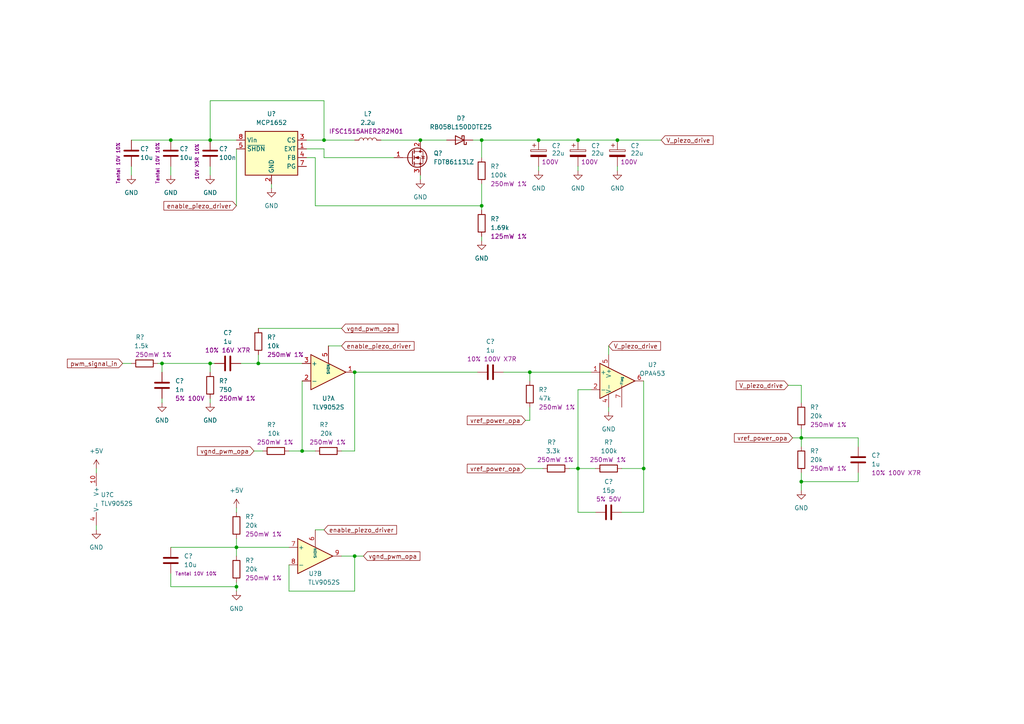
<source format=kicad_sch>
(kicad_sch (version 20211123) (generator eeschema)
  (paper "A4")
  (lib_symbols
    (symbol "Device:C" (pin_numbers hide) (pin_names (offset 0.254))
      (property "Reference" "C" (at 0.635 2.54 0))
      (property "Value" "C" (at 0.635 -2.54 0))
      (symbol "C_0_1"
        (polyline (pts (xy -2.032 -0.762) (xy 2.032 -0.762)) (stroke (width 0.508)))
        (polyline (pts (xy -2.032 0.762) (xy 2.032 0.762)) (stroke (width 0.508)))
      )
      (symbol "C_1_1"
        (pin passive line (at 0 3.81 270) (length 2.794) (name "~") (number "1"))
        (pin passive line (at 0 -3.81 90) (length 2.794) (name "~") (number "2"))
      )
    )
    (symbol "Device:C_Polarized" (pin_numbers hide) (pin_names (offset 0.254))
      (property "Reference" "C" (at 0.635 2.54 0))
      (property "Value" "C_Polarized" (at 0.635 -2.54 0))
      (symbol "C_Polarized_0_1"
        (rectangle (start -2.286 0.508) (end 2.286 1.016))
        (polyline (pts (xy -1.778 2.286) (xy -0.762 2.286)))
        (polyline (pts (xy -1.27 2.794) (xy -1.27 1.778)))
        (rectangle (start 2.286 -0.508) (end -2.286 -1.016) (fill (type outline)))
      )
      (symbol "C_Polarized_1_1"
        (pin passive line (at 0 3.81 270) (length 2.794) (name "~") (number "1"))
        (pin passive line (at 0 -3.81 90) (length 2.794) (name "~") (number "2"))
      )
    )
    (symbol "Device:D_Schottky" (pin_numbers hide) (pin_names (offset 1.016) hide)
      (property "Reference" "D" (at 0 2.54 0))
      (property "Value" "D_Schottky" (at 0 -2.54 0))
      (symbol "D_Schottky_0_1"
        (polyline (pts (xy 1.27 0) (xy -1.27 0)))
        (polyline (pts (xy 1.27 1.27) (xy 1.27 -1.27) (xy -1.27 0) (xy 1.27 1.27)) (stroke (width 0.254)))
        (polyline (pts (xy -1.905 0.635) (xy -1.905 1.27) (xy -1.27 1.27) (xy -1.27 -1.27) (xy -0.635 -1.27) (xy -0.635 -0.635)) (stroke (width 0.254)))
      )
      (symbol "D_Schottky_1_1"
        (pin passive line (at -3.81 0 0) (length 2.54) (name "K") (number "1"))
        (pin passive line (at 3.81 0 180) (length 2.54) (name "A") (number "2"))
      )
    )
    (symbol "Device:L" (pin_numbers hide) (pin_names (offset 1.016) hide)
      (property "Reference" "L" (at -1.27 0 90))
      (property "Value" "L" (at 1.905 0 90))
      (symbol "L_0_1"
        (arc (start 0 -2.54) (mid 0.635 -1.905) (end 0 -1.27))
        (arc (start 0 -1.27) (mid 0.635 -0.635) (end 0 0))
        (arc (start 0 0) (mid 0.635 0.635) (end 0 1.27))
        (arc (start 0 1.27) (mid 0.635 1.905) (end 0 2.54))
      )
      (symbol "L_1_1"
        (pin passive line (at 0 3.81 270) (length 1.27) (name "1") (number "1"))
        (pin passive line (at 0 -3.81 90) (length 1.27) (name "2") (number "2"))
      )
    )
    (symbol "Device:R" (pin_numbers hide) (pin_names (offset 0))
      (property "Reference" "R" (at 2.032 0 90))
      (property "Value" "R" (at 0 0 90))
      (symbol "R_0_1"
        (rectangle (start -1.016 -2.54) (end 1.016 2.54) (stroke (width 0.254)))
      )
      (symbol "R_1_1"
        (pin passive line (at 0 3.81 270) (length 1.27) (name "~") (number "1"))
        (pin passive line (at 0 -3.81 90) (length 1.27) (name "~") (number "2"))
      )
    )
    (symbol "Regulator_Switching:MCP1652"
      (property "Reference" "U" (at -6.35 6.35 0))
      (property "Value" "MCP1652" (at -1.27 6.35 0))
      (symbol "MCP1652_0_1"
        (rectangle (start -7.62 5.08) (end 7.62 -7.62) (stroke (width 0.254)) (fill (type background)))
      )
      (symbol "MCP1652_1_1"
        (pin open_emitter line (at 10.16 0 180) (length 2.54) (name "EXT") (number "1"))
        (pin power_in line (at 0 -10.16 90) (length 2.54) (name "GND") (number "2"))
        (pin input line (at 10.16 2.54 180) (length 2.54) (name "CS") (number "3"))
        (pin input line (at 10.16 -2.54 180) (length 2.54) (name "FB") (number "4"))
        (pin input line (at -10.16 0 0) (length 2.54) (name "~{SHDN}") (number "5"))
        (pin no_connect line (at -2.54 -7.62 90) (length 2.54) hide (name "NC") (number "6"))
        (pin output line (at 10.16 -5.08 180) (length 2.54) (name "PG") (number "7"))
        (pin power_in line (at -10.16 2.54 0) (length 2.54) (name "Vin") (number "8"))
      )
    )
    (symbol "power:+5V" (power) (pin_names (offset 0))
      (property "Value" "+5V" (at 0 3.556 0))
      (symbol "+5V_0_1"
        (polyline (pts (xy -0.762 1.27) (xy 0 2.54)))
        (polyline (pts (xy 0 0) (xy 0 2.54)))
        (polyline (pts (xy 0 2.54) (xy 0.762 1.27)))
      )
      (symbol "+5V_1_1"
        (pin power_in line (at 0 0 90) (length 0) hide (name "+5V") (number "1"))
      )
    )
    (symbol "power:GND" (power) (pin_names (offset 0))
      (property "Value" "GND" (at 0 -3.81 0))
      (symbol "GND_0_1"
        (polyline (pts (xy 0 0) (xy 0 -1.27) (xy 1.27 -1.27) (xy 0 -2.54) (xy -1.27 -1.27) (xy 0 -1.27)))
      )
      (symbol "GND_1_1"
        (pin power_in line (at 0 0 270) (length 0) hide (name "GND") (number "1"))
      )
    )
    (symbol "soundseeker:FDT86113LZ" (pin_names (offset 0) hide)
      (property "Reference" "Q" (at 5.08 1.27 0))
      (property "Value" "FDT86113LZ" (at 5.08 -1.27 0))
      (symbol "FDT86113LZ_0_1"
        (polyline (pts (xy 0.254 0) (xy -2.54 0)))
        (polyline (pts (xy 0.254 1.905) (xy 0.254 -1.905)) (stroke (width 0.254)))
        (polyline (pts (xy 0.762 -1.27) (xy 0.762 -2.286)) (stroke (width 0.254)))
        (polyline (pts (xy 0.762 0.508) (xy 0.762 -0.508)) (stroke (width 0.254)))
        (polyline (pts (xy 0.762 2.286) (xy 0.762 1.27)) (stroke (width 0.254)))
        (polyline (pts (xy 2.54 2.54) (xy 2.54 1.778)))
        (polyline (pts (xy 2.54 -2.54) (xy 2.54 0) (xy 0.762 0)))
        (polyline (pts (xy 0.762 -1.778) (xy 3.302 -1.778) (xy 3.302 1.778) (xy 0.762 1.778)))
        (polyline (pts (xy 1.016 0) (xy 2.032 0.381) (xy 2.032 -0.381) (xy 1.016 0)) (fill (type outline)))
        (polyline (pts (xy 2.794 0.508) (xy 2.921 0.381) (xy 3.683 0.381) (xy 3.81 0.254)))
        (polyline (pts (xy 3.302 0.381) (xy 2.921 -0.254) (xy 3.683 -0.254) (xy 3.302 0.381)))
        (circle (center 1.651 0) (radius 2.794) (stroke (width 0.254)))
        (circle (center 2.54 -1.778) (radius 0.254) (fill (type outline)))
        (circle (center 2.54 1.778) (radius 0.254) (fill (type outline)))
      )
      (symbol "FDT86113LZ_1_1"
        (pin input line (at -5.08 0 0) (length 2.54) (name "G") (number "1"))
        (pin passive line (at 2.54 5.08 270) (length 2.54) (name "D") (number "2"))
        (pin passive line (at 2.54 -5.08 90) (length 2.54) (name "S") (number "3"))
      )
    )
    (symbol "soundseeker:OPA453" (pin_names (offset 0.127))
      (property "Reference" "U" (at 1.27 6.35 0))
      (property "Value" "OPA453" (at 1.27 3.81 0))
      (symbol "OPA453_0_1"
        (polyline (pts (xy -5.08 5.08) (xy 5.08 0) (xy -5.08 -5.08) (xy -5.08 5.08)) (stroke (width 0.254)) (fill (type background)))
      )
      (symbol "OPA453_1_1"
        (pin input line (at -7.62 2.54 0) (length 2.54) (name "+") (number "1"))
        (pin input line (at -7.62 -2.54 0) (length 2.54) (name "-") (number "2"))
        (pin power_in line (at -2.54 -7.62 90) (length 3.81) (name "V-") (number "4"))
        (pin power_in line (at -2.54 7.62 270) (length 3.81) (name "V+") (number "5"))
        (pin output line (at 7.62 0 180) (length 2.54) (name "~") (number "6"))
        (pin input line (at 1.27 -7.62 90) (length 6.35) (name "Flag") (number "7"))
      )
    )
    (symbol "soundseeker:TLV9052S" (pin_names (offset 0.127))
      (property "Reference" "U" (at 1.27 6.35 0))
      (property "Value" "TLV9052S" (at 1.27 3.81 0))
      (symbol "TLV9052S_1_1"
        (polyline (pts (xy -5.08 5.08) (xy 5.08 0) (xy -5.08 -5.08) (xy -5.08 5.08) (xy -5.08 5.08)) (stroke (width 0.254)) (fill (type background)))
        (pin output line (at 7.62 0 180) (length 2.54) (name "~") (number "1"))
        (pin input line (at -7.62 -2.54 0) (length 2.54) (name "-") (number "2"))
        (pin input line (at -7.62 2.54 0) (length 2.54) (name "+") (number "3"))
        (pin input line (at 0 7.62 270) (length 5.08) (name "SHDN") (number "5"))
      )
      (symbol "TLV9052S_2_1"
        (polyline (pts (xy -5.08 5.08) (xy 5.08 0) (xy -5.08 -5.08) (xy -5.08 5.08) (xy -5.08 5.08)) (stroke (width 0.254)) (fill (type background)))
        (pin input line (at 0 7.62 270) (length 5.08) (name "SHDN") (number "6"))
        (pin input line (at -7.62 2.54 0) (length 2.54) (name "+") (number "7"))
        (pin input line (at -7.62 -2.54 0) (length 2.54) (name "-") (number "8"))
        (pin output line (at 7.62 0 180) (length 2.54) (name "~") (number "9"))
      )
      (symbol "TLV9052S_3_1"
        (pin power_in line (at 0 7.62 270) (length 3.81) (name "V+") (number "10"))
        (pin power_in line (at 0 -7.62 90) (length 3.81) (name "V-") (number "4"))
      )
    )
  )
  (junction (at 121.92 40.64))
  (junction (at 139.7 40.64))
  (junction (at 156.21 40.64))
  (junction (at 60.96 40.64))
  (junction (at 93.98 40.64))
  (junction (at 68.58 170.18))
  (junction (at 74.93 105.41))
  (junction (at 167.64 40.64))
  (junction (at 186.69 135.89))
  (junction (at 46.99 105.41))
  (junction (at 179.07 40.64))
  (junction (at 60.96 105.41))
  (junction (at 49.53 40.64))
  (junction (at 87.63 130.81))
  (junction (at 68.58 158.75))
  (junction (at 232.41 139.7))
  (junction (at 102.87 107.95))
  (junction (at 232.41 127))
  (junction (at 167.64 135.89))
  (junction (at 153.67 107.95))
  (junction (at 139.7 59.69))
  (junction (at 102.87 161.29))
  (wire (pts (xy 91.44 59.69) (xy 139.7 59.69)))
  (wire (pts (xy 68.58 43.18) (xy 68.58 59.69)))
  (wire (pts (xy 88.9 43.18) (xy 93.98 43.18)))
  (wire (pts (xy 38.1 40.64) (xy 49.53 40.64)))
  (wire (pts (xy 69.85 105.41) (xy 74.93 105.41)))
  (wire (pts (xy 167.64 40.64) (xy 179.07 40.64)))
  (wire (pts (xy 93.98 29.21) (xy 93.98 40.64)))
  (wire (pts (xy 156.21 48.26) (xy 156.21 49.53)))
  (wire (pts (xy 167.64 135.89) (xy 167.64 148.59)))
  (wire (pts (xy 68.58 158.75) (xy 83.82 158.75)))
  (wire (pts (xy 93.98 40.64) (xy 102.87 40.64)))
  (wire (pts (xy 102.87 171.45) (xy 102.87 161.29)))
  (wire (pts (xy 35.56 105.41) (xy 38.1 105.41)))
  (wire (pts (xy 38.1 48.26) (xy 38.1 50.8)))
  (wire (pts (xy 74.93 102.87) (xy 74.93 105.41)))
  (wire (pts (xy 180.34 135.89) (xy 186.69 135.89)))
  (wire (pts (xy 74.93 95.25) (xy 99.06 95.25)))
  (wire (pts (xy 68.58 147.32) (xy 68.58 148.59)))
  (wire (pts (xy 60.96 29.21) (xy 93.98 29.21)))
  (wire (pts (xy 248.92 139.7) (xy 232.41 139.7)))
  (wire (pts (xy 139.7 40.64) (xy 156.21 40.64)))
  (wire (pts (xy 153.67 107.95) (xy 153.67 110.49)))
  (wire (pts (xy 46.99 105.41) (xy 60.96 105.41)))
  (wire (pts (xy 68.58 171.45) (xy 68.58 170.18)))
  (wire (pts (xy 95.25 100.33) (xy 99.06 100.33)))
  (wire (pts (xy 232.41 111.76) (xy 232.41 116.84)))
  (wire (pts (xy 248.92 137.16) (xy 248.92 139.7)))
  (wire (pts (xy 139.7 53.34) (xy 139.7 59.69)))
  (wire (pts (xy 153.67 107.95) (xy 171.45 107.95)))
  (wire (pts (xy 139.7 68.58) (xy 139.7 69.85)))
  (wire (pts (xy 171.45 113.03) (xy 167.64 113.03)))
  (wire (pts (xy 248.92 127) (xy 232.41 127)))
  (wire (pts (xy 83.82 130.81) (xy 87.63 130.81)))
  (wire (pts (xy 60.96 115.57) (xy 60.96 116.84)))
  (wire (pts (xy 102.87 130.81) (xy 99.06 130.81)))
  (wire (pts (xy 78.74 53.34) (xy 78.74 54.61)))
  (wire (pts (xy 176.53 100.33) (xy 176.53 102.87)))
  (wire (pts (xy 121.92 40.64) (xy 129.54 40.64)))
  (wire (pts (xy 167.64 48.26) (xy 167.64 49.53)))
  (wire (pts (xy 49.53 166.37) (xy 49.53 170.18)))
  (wire (pts (xy 232.41 124.46) (xy 232.41 127)))
  (wire (pts (xy 27.94 135.89) (xy 27.94 137.16)))
  (wire (pts (xy 248.92 129.54) (xy 248.92 127)))
  (wire (pts (xy 102.87 161.29) (xy 99.06 161.29)))
  (wire (pts (xy 27.94 152.4) (xy 27.94 153.67)))
  (wire (pts (xy 167.64 148.59) (xy 172.72 148.59)))
  (wire (pts (xy 49.53 170.18) (xy 68.58 170.18)))
  (wire (pts (xy 60.96 48.26) (xy 60.96 50.8)))
  (wire (pts (xy 49.53 40.64) (xy 60.96 40.64)))
  (wire (pts (xy 88.9 40.64) (xy 93.98 40.64)))
  (wire (pts (xy 46.99 115.57) (xy 46.99 116.84)))
  (wire (pts (xy 114.3 45.72) (xy 93.98 45.72)))
  (wire (pts (xy 102.87 107.95) (xy 102.87 130.81)))
  (wire (pts (xy 60.96 105.41) (xy 62.23 105.41)))
  (wire (pts (xy 102.87 161.29) (xy 105.41 161.29)))
  (wire (pts (xy 49.53 48.26) (xy 49.53 50.8)))
  (wire (pts (xy 146.05 107.95) (xy 153.67 107.95)))
  (wire (pts (xy 87.63 130.81) (xy 91.44 130.81)))
  (wire (pts (xy 46.99 107.95) (xy 46.99 105.41)))
  (wire (pts (xy 176.53 118.11) (xy 176.53 119.38)))
  (wire (pts (xy 93.98 45.72) (xy 93.98 43.18)))
  (wire (pts (xy 73.66 130.81) (xy 76.2 130.81)))
  (wire (pts (xy 156.21 40.64) (xy 167.64 40.64)))
  (wire (pts (xy 153.67 121.92) (xy 153.67 118.11)))
  (wire (pts (xy 49.53 158.75) (xy 68.58 158.75)))
  (wire (pts (xy 167.64 113.03) (xy 167.64 135.89)))
  (wire (pts (xy 110.49 40.64) (xy 121.92 40.64)))
  (wire (pts (xy 186.69 135.89) (xy 186.69 148.59)))
  (wire (pts (xy 60.96 29.21) (xy 60.96 40.64)))
  (wire (pts (xy 232.41 127) (xy 232.41 129.54)))
  (wire (pts (xy 83.82 171.45) (xy 102.87 171.45)))
  (wire (pts (xy 139.7 45.72) (xy 139.7 40.64)))
  (wire (pts (xy 68.58 170.18) (xy 68.58 168.91)))
  (wire (pts (xy 83.82 163.83) (xy 83.82 171.45)))
  (wire (pts (xy 102.87 107.95) (xy 138.43 107.95)))
  (wire (pts (xy 165.1 135.89) (xy 167.64 135.89)))
  (wire (pts (xy 152.4 135.89) (xy 157.48 135.89)))
  (wire (pts (xy 121.92 50.8) (xy 121.92 52.07)))
  (wire (pts (xy 87.63 110.49) (xy 87.63 130.81)))
  (wire (pts (xy 152.4 121.92) (xy 153.67 121.92)))
  (wire (pts (xy 68.58 156.21) (xy 68.58 158.75)))
  (wire (pts (xy 229.87 127) (xy 232.41 127)))
  (wire (pts (xy 232.41 139.7) (xy 232.41 142.24)))
  (wire (pts (xy 186.69 135.89) (xy 186.69 110.49)))
  (wire (pts (xy 88.9 45.72) (xy 91.44 45.72)))
  (wire (pts (xy 179.07 48.26) (xy 179.07 49.53)))
  (wire (pts (xy 91.44 45.72) (xy 91.44 59.69)))
  (wire (pts (xy 68.58 158.75) (xy 68.58 161.29)))
  (wire (pts (xy 232.41 137.16) (xy 232.41 139.7)))
  (wire (pts (xy 91.44 153.67) (xy 93.98 153.67)))
  (wire (pts (xy 74.93 105.41) (xy 87.63 105.41)))
  (wire (pts (xy 60.96 40.64) (xy 68.58 40.64)))
  (wire (pts (xy 167.64 135.89) (xy 172.72 135.89)))
  (wire (pts (xy 139.7 59.69) (xy 139.7 60.96)))
  (wire (pts (xy 137.16 40.64) (xy 139.7 40.64)))
  (wire (pts (xy 186.69 148.59) (xy 180.34 148.59)))
  (wire (pts (xy 60.96 107.95) (xy 60.96 105.41)))
  (wire (pts (xy 228.6 111.76) (xy 232.41 111.76)))
  (wire (pts (xy 45.72 105.41) (xy 46.99 105.41)))
  (wire (pts (xy 179.07 40.64) (xy 191.77 40.64)))
  (global_label "enable_piezo_driver" (shape input) (at 93.98 153.67 0) (property "Intersheet References" "${INTERSHEET_REFS}" (effects hide)))
  (global_label "vref_power_opa" (shape input) (at 152.4 135.89 180) (property "Intersheet References" "${INTERSHEET_REFS}" (effects hide)))
  (global_label "vref_power_opa" (shape input) (at 152.4 121.92 180) (property "Intersheet References" "${INTERSHEET_REFS}" (effects hide)))
  (global_label "V_piezo_drive" (shape input) (at 176.53 100.33 0) (property "Intersheet References" "${INTERSHEET_REFS}" (effects hide)))
  (global_label "V_piezo_drive" (shape input) (at 228.6 111.76 180) (property "Intersheet References" "${INTERSHEET_REFS}" (effects hide)))
  (global_label "vgnd_pwm_opa" (shape input) (at 99.06 95.25 0) (property "Intersheet References" "${INTERSHEET_REFS}" (effects hide)))
  (global_label "vgnd_pwm_opa" (shape input) (at 105.41 161.29 0) (property "Intersheet References" "${INTERSHEET_REFS}" (effects hide)))
  (global_label "V_piezo_drive" (shape input) (at 191.77 40.64 0) (property "Intersheet References" "${INTERSHEET_REFS}" (effects hide)))
  (global_label "vref_power_opa" (shape input) (at 229.87 127 180) (property "Intersheet References" "${INTERSHEET_REFS}" (effects hide)))
  (global_label "vgnd_pwm_opa" (shape input) (at 73.66 130.81 180) (property "Intersheet References" "${INTERSHEET_REFS}" (effects hide)))
  (global_label "pwm_signal_in" (shape input) (at 35.56 105.41 180) (property "Intersheet References" "${INTERSHEET_REFS}" (effects hide)))
  (global_label "enable_piezo_driver" (shape input) (at 99.06 100.33 0) (property "Intersheet References" "${INTERSHEET_REFS}" (effects hide)))
  (global_label "enable_piezo_driver" (shape input) (at 68.58 59.69 180) (property "Intersheet References" "${INTERSHEET_REFS}" (effects hide)))
  (symbol (lib_id "Device:R") (at 176.53 135.89 90) (unit 1)
    (property "Reference" "R?" (at 177.8 128.27 90) (effects (justify left)))
    (property "Value" "100k" (at 179.07 130.81 90) (effects (justify left)))
    (property "Footprint" "Resistor_SMD:R_0805_2012Metric_Pad1.20x1.40mm_HandSolder" (effects hide))
    (property "Description" "250mW 1%" (at 181.61 133.35 90) (effects (justify left)))
  )
  (symbol (lib_id "Device:C_Polarized") (at 179.07 44.45 0) (unit 1)
    (property "Reference" "C?" (at 182.88 42.2909 0) (effects (justify left)))
    (property "Value" "22u" (at 182.88 44.45 0) (effects (justify left)))
    (property "Footprint" "Capacitor_SMD:CP_Elec_8x10.5" (effects hide))
    (property "Datasheet" "https://www.mouser.de/datasheet/2/40/kyocera_avx_aea_series-2526131.pdf" (effects hide))
    (property "Type" "AEA0810220M100R " (effects hide))
    (property "Description" "100V " (at 182.88 46.99 0))
  )
  (symbol (lib_id "Device:R") (at 60.96 111.76 0) (unit 1)
    (property "Reference" "R?" (at 63.5 110.4899 0) (effects (justify left)))
    (property "Value" "750" (at 63.5 113.0299 0) (effects (justify left)))
    (property "Footprint" "Resistor_SMD:R_0805_2012Metric_Pad1.20x1.40mm_HandSolder" (effects hide))
    (property "Description" "250mW 1%" (at 63.5 115.57 0) (effects (justify left)))
  )
  (symbol (lib_id "power:GND") (at 176.53 119.38 0) (unit 1)
    (property "Reference" "#PWR?" (effects hide))
    (property "Value" "GND" (at 176.53 124.46 0))
  )
  (symbol (lib_id "Device:C") (at 142.24 107.95 90) (unit 1)
    (property "Reference" "C?" (at 143.51 99.06 90) (effects (justify left)))
    (property "Value" "1u" (at 143.51 101.6 90) (effects (justify left)))
    (property "Footprint" "Capacitor_SMD:C_1206_3216Metric_Pad1.33x1.80mm_HandSolder" (effects hide))
    (property "Description" "10% 100V X7R" (at 149.86 104.14 90) (effects (justify left)))
  )
  (symbol (lib_id "Device:C") (at 248.92 133.35 0) (unit 1)
    (property "Reference" "C?" (at 252.73 132.0799 0) (effects (justify left)))
    (property "Value" "1u" (at 252.73 134.6199 0) (effects (justify left)))
    (property "Footprint" "Capacitor_SMD:C_1206_3216Metric_Pad1.33x1.80mm_HandSolder" (effects hide))
    (property "Description" "10% 100V X7R" (at 252.73 137.16 0) (effects (justify left)))
  )
  (symbol (lib_id "power:GND") (at 167.64 49.53 0) (unit 1)
    (property "Reference" "#PWR0112" (effects hide))
    (property "Value" "GND" (at 167.64 54.61 0))
  )
  (symbol (lib_id "Device:R") (at 68.58 165.1 0) (unit 1)
    (property "Reference" "R?" (at 71.12 162.56 0) (effects (justify left)))
    (property "Value" "20k" (at 71.12 165.1 0) (effects (justify left)))
    (property "Footprint" "Resistor_SMD:R_0805_2012Metric_Pad1.20x1.40mm_HandSolder" (effects hide))
    (property "Description" "250mW 1%" (at 71.12 167.64 0) (effects (justify left)))
  )
  (symbol (lib_id "Device:R") (at 80.01 130.81 90) (unit 1)
    (property "Reference" "R?" (at 80.01 123.19 90) (effects (justify left)))
    (property "Value" "10k" (at 81.28 125.73 90) (effects (justify left)))
    (property "Footprint" "Resistor_SMD:R_0805_2012Metric_Pad1.20x1.40mm_HandSolder" (effects hide))
    (property "Description" "250mW 1%" (at 85.09 128.27 90) (effects (justify left)))
  )
  (symbol (lib_id "Device:R") (at 153.67 114.3 0) (unit 1)
    (property "Reference" "R?" (at 156.21 113.0299 0) (effects (justify left)))
    (property "Value" "47k" (at 156.21 115.5699 0) (effects (justify left)))
    (property "Footprint" "Resistor_SMD:R_0805_2012Metric_Pad1.20x1.40mm_HandSolder" (effects hide))
    (property "Description" "250mW 1%" (at 156.21 118.11 0) (effects (justify left)))
  )
  (symbol (lib_id "power:GND") (at 60.96 50.8 0) (unit 1)
    (property "Reference" "#PWR?" (effects hide))
    (property "Value" "GND" (at 60.96 55.88 0))
  )
  (symbol (lib_id "Device:C") (at 49.53 162.56 0) (unit 1)
    (property "Reference" "C?" (at 53.34 161.2899 0) (effects (justify left)))
    (property "Value" "10u" (at 53.34 163.83 0) (effects (justify left)))
    (property "Footprint" "Resistor_SMD:R_1206_3216Metric_Pad1.30x1.75mm_HandSolder" (effects hide))
    (property "Description" "Tantal 10V 10%" (at 50.8 166.37 0) (effects (font (size 1 1)) (justify left)))
  )
  (symbol (lib_id "soundseeker:TLV9052S") (at 91.44 161.29 0) (unit 2)
    (property "Reference" "U?" (at 91.44 166.37 0))
    (property "Value" "TLV9052S" (at 93.98 168.91 0))
    (property "Footprint" "Package_SO:MSOP-10_3x3mm_P0.5mm" (effects hide))
    (property "Datasheet" "https://www.ti.com/lit/ds/symlink/tlv9052.pdf" (effects hide))
  )
  (symbol (lib_id "Device:R") (at 41.91 105.41 90) (unit 1)
    (property "Reference" "R?" (at 41.91 97.79 90) (effects (justify left)))
    (property "Value" "1.5k" (at 43.18 100.33 90) (effects (justify left)))
    (property "Footprint" "Resistor_SMD:R_0805_2012Metric_Pad1.20x1.40mm_HandSolder" (effects hide))
    (property "Description" "250mW 1% " (at 50.8 102.87 90) (effects (justify left)))
  )
  (symbol (lib_id "Device:C") (at 46.99 111.76 0) (unit 1)
    (property "Reference" "C?" (at 50.8 110.4899 0) (effects (justify left)))
    (property "Value" "1n" (at 50.8 113.0299 0) (effects (justify left)))
    (property "Description" "5% 100V" (at 50.8 115.57 0) (effects (justify left)))
  )
  (symbol (lib_id "Device:D_Schottky") (at 133.35 40.64 180) (unit 1)
    (property "Reference" "D?" (at 133.6675 34.29 0))
    (property "Value" "RB058L150DDTE25" (at 133.6675 36.83 0))
    (property "Footprint" "Diode_SMD:D_SOD-128" (effects hide))
    (property "Datasheet" "https://fscdn.rohm.com/en/products/databook/datasheet/discrete/diode/schottky_barrier/rb058l150ddte25-e.pdf" (effects hide))
  )
  (symbol (lib_id "power:GND") (at 27.94 153.67 0) (unit 1)
    (property "Reference" "#PWR0108" (effects hide))
    (property "Value" "GND" (at 27.94 158.75 0))
  )
  (symbol (lib_id "Device:C_Polarized") (at 167.64 44.45 0) (unit 1)
    (property "Reference" "C?" (at 171.45 42.2909 0) (effects (justify left)))
    (property "Value" "22u" (at 171.45 44.45 0) (effects (justify left)))
    (property "Footprint" "Capacitor_SMD:CP_Elec_8x10.5" (effects hide))
    (property "Datasheet" "https://www.mouser.de/datasheet/2/40/kyocera_avx_aea_series-2526131.pdf" (effects hide))
    (property "Type" "AEA0810220M100R " (effects hide))
    (property "Description" "100V " (at 171.45 46.99 0))
  )
  (symbol (lib_id "power:+5V") (at 68.58 147.32 0) (unit 1)
    (property "Reference" "#PWR0106" (effects hide))
    (property "Value" "+5V" (at 68.58 142.24 0))
  )
  (symbol (lib_id "soundseeker:TLV9052S") (at 95.25 107.95 0) (unit 1)
    (property "Reference" "U?" (at 95.25 115.57 0))
    (property "Value" "TLV9052S" (at 95.25 118.11 0))
    (property "Footprint" "Package_SO:MSOP-10_3x3mm_P0.5mm" (effects hide))
    (property "Datasheet" "https://www.ti.com/lit/ds/symlink/tlv9052.pdf" (effects hide))
  )
  (symbol (lib_id "power:GND") (at 121.92 52.07 0) (unit 1)
    (property "Reference" "#PWR0110" (effects hide))
    (property "Value" "GND" (at 121.92 57.15 0))
  )
  (symbol (lib_id "power:GND") (at 78.74 54.61 0) (unit 1)
    (property "Reference" "#PWR0103" (effects hide))
    (property "Value" "GND" (at 78.74 59.69 0))
  )
  (symbol (lib_id "Regulator_Switching:MCP1652") (at 78.74 43.18 0) (unit 1)
    (property "Reference" "U?" (at 78.74 33.02 0))
    (property "Value" "MCP1652" (at 78.74 35.56 0))
    (property "Footprint" "Package_SO:MSOP-8_3x3mm_P0.65mm" (effects hide))
    (property "Datasheet" "http://ww1.microchip.com/downloads/en/DeviceDoc/21876B.pdf" (effects hide))
  )
  (symbol (lib_id "Device:R") (at 161.29 135.89 90) (unit 1)
    (property "Reference" "R?" (at 161.29 128.27 90) (effects (justify left)))
    (property "Value" "3.3k" (at 162.56 130.81 90) (effects (justify left)))
    (property "Footprint" "Resistor_SMD:R_0805_2012Metric_Pad1.20x1.40mm_HandSolder" (effects hide))
    (property "Description" "250mW 1%" (at 166.37 133.35 90) (effects (justify left)))
  )
  (symbol (lib_id "power:GND") (at 179.07 49.53 0) (unit 1)
    (property "Reference" "#PWR0114" (effects hide))
    (property "Value" "GND" (at 179.07 54.61 0))
  )
  (symbol (lib_id "Device:C") (at 66.04 105.41 90) (unit 1)
    (property "Reference" "C?" (at 66.04 96.52 90))
    (property "Value" "1u" (at 66.04 99.06 90))
    (property "Footprint" "Resistor_SMD:R_0805_2012Metric_Pad1.20x1.40mm_HandSolder" (effects hide))
    (property "Description" "10% 16V X7R" (at 66.04 101.6 90))
  )
  (symbol (lib_id "Device:C") (at 60.96 44.45 0) (unit 1)
    (property "Reference" "C?" (at 63.5 43.18 0) (effects (justify left)))
    (property "Value" "100n" (at 63.5 45.72 0) (effects (justify left)))
    (property "Footprint" "Resistor_SMD:R_1206_3216Metric_Pad1.30x1.75mm_HandSolder" (effects hide))
    (property "Description" "10V X5R 10%" (at 57.15 52.07 90) (effects (font (size 1 1)) (justify left)))
  )
  (symbol (lib_id "power:GND") (at 49.53 50.8 0) (unit 1)
    (property "Reference" "#PWR0104" (effects hide))
    (property "Value" "GND" (at 49.53 55.88 0))
  )
  (symbol (lib_id "Device:R") (at 139.7 49.53 0) (unit 1)
    (property "Reference" "R?" (at 142.24 48.2599 0) (effects (justify left)))
    (property "Value" "100k" (at 142.24 50.7999 0) (effects (justify left)))
    (property "Footprint" "Resistor_SMD:R_0805_2012Metric_Pad1.20x1.40mm_HandSolder" (effects hide))
    (property "Description" "250mW 1%" (at 142.24 53.34 0) (effects (justify left)))
  )
  (symbol (lib_id "power:GND") (at 60.96 116.84 0) (unit 1)
    (property "Reference" "#PWR0102" (effects hide))
    (property "Value" "GND" (at 60.96 121.92 0))
  )
  (symbol (lib_id "soundseeker:FDT86113LZ") (at 119.38 45.72 0) (unit 1)
    (property "Reference" "Q?" (at 125.73 44.4499 0) (effects (justify left)))
    (property "Value" "FDT86113LZ" (at 125.73 46.9899 0) (effects (justify left)))
    (property "Footprint" "Package_TO_SOT_SMD:SOT-223-3_TabPin2" (effects hide))
    (property "Datasheet" "https://www.mouser.de/datasheet/2/308/1/FDT86113LZ_D-1809132.pdf" (effects hide))
  )
  (symbol (lib_id "Device:R") (at 74.93 99.06 0) (unit 1)
    (property "Reference" "R?" (at 77.47 97.7899 0) (effects (justify left)))
    (property "Value" "10k" (at 77.47 100.3299 0) (effects (justify left)))
    (property "Footprint" "Resistor_SMD:R_0805_2012Metric_Pad1.20x1.40mm_HandSolder" (effects hide))
    (property "Description" "250mW 1%" (at 77.47 102.87 0) (effects (justify left)))
  )
  (symbol (lib_id "soundseeker:TLV9052S") (at 27.94 144.78 0) (unit 3)
    (property "Reference" "U?" (at 29.21 143.5099 0) (effects (justify left)))
    (property "Value" "TLV9052S" (at 29.21 146.05 0) (effects (justify left)))
    (property "Footprint" "Package_SO:MSOP-10_3x3mm_P0.5mm" (effects hide))
    (property "Datasheet" "https://www.ti.com/lit/ds/symlink/tlv9052.pdf" (effects hide))
  )
  (symbol (lib_id "Device:C") (at 176.53 148.59 90) (unit 1)
    (property "Reference" "C?" (at 176.53 139.7 90))
    (property "Value" "15p" (at 176.53 142.24 90))
    (property "Footprint" "Resistor_SMD:R_0805_2012Metric_Pad1.20x1.40mm_HandSolder" (effects hide))
    (property "Description" "5% 50V" (at 176.53 144.78 90))
  )
  (symbol (lib_id "Device:R") (at 232.41 120.65 0) (unit 1)
    (property "Reference" "R?" (at 234.95 118.11 0) (effects (justify left)))
    (property "Value" "20k" (at 234.95 120.65 0) (effects (justify left)))
    (property "Footprint" "Resistor_SMD:R_0805_2012Metric_Pad1.20x1.40mm_HandSolder" (effects hide))
    (property "Description" "250mW 1%" (at 234.95 123.19 0) (effects (justify left)))
  )
  (symbol (lib_id "power:GND") (at 232.41 142.24 0) (unit 1)
    (property "Reference" "#PWR?" (effects hide))
    (property "Value" "GND" (at 232.41 147.32 0))
  )
  (symbol (lib_id "Device:R") (at 232.41 133.35 0) (unit 1)
    (property "Reference" "R?" (at 234.95 130.81 0) (effects (justify left)))
    (property "Value" "20k" (at 234.95 133.35 0) (effects (justify left)))
    (property "Footprint" "Resistor_SMD:R_0805_2012Metric_Pad1.20x1.40mm_HandSolder" (effects hide))
    (property "Description" "250mW 1%" (at 234.95 135.89 0) (effects (justify left)))
  )
  (symbol (lib_id "soundseeker:OPA453") (at 179.07 110.49 0) (unit 1)
    (property "Reference" "U?" (at 189.23 105.791 0))
    (property "Value" "OPA453" (at 189.23 108.331 0))
    (property "Footprint" "Package_TO_SOT_SMD:TO-263-7_TabPin4" (effects hide))
    (property "Datasheet" "https://www.ti.com/lit/ds/symlink/opa453.pdf" (effects hide))
  )
  (symbol (lib_id "Device:C") (at 38.1 44.45 0) (unit 1)
    (property "Reference" "C?" (at 40.64 43.18 0) (effects (justify left)))
    (property "Value" "10u" (at 40.64 45.72 0) (effects (justify left)))
    (property "Footprint" "Resistor_SMD:R_1206_3216Metric_Pad1.30x1.75mm_HandSolder" (effects hide))
    (property "Description" "Tantal 10V 10%" (at 34.29 53.34 90) (effects (font (size 1 1)) (justify left)))
  )
  (symbol (lib_id "power:GND") (at 68.58 171.45 0) (unit 1)
    (property "Reference" "#PWR0107" (effects hide))
    (property "Value" "GND" (at 68.58 176.53 0))
  )
  (symbol (lib_id "power:GND") (at 38.1 50.8 0) (unit 1)
    (property "Reference" "#PWR0105" (effects hide))
    (property "Value" "GND" (at 38.1 55.88 0))
  )
  (symbol (lib_id "power:GND") (at 46.99 116.84 0) (unit 1)
    (property "Reference" "#PWR0101" (effects hide))
    (property "Value" "GND" (at 46.99 121.92 0))
  )
  (symbol (lib_id "Device:R") (at 68.58 152.4 0) (unit 1)
    (property "Reference" "R?" (at 71.12 149.86 0) (effects (justify left)))
    (property "Value" "20k" (at 71.12 152.4 0) (effects (justify left)))
    (property "Footprint" "Resistor_SMD:R_0805_2012Metric_Pad1.20x1.40mm_HandSolder" (effects hide))
    (property "Description" "250mW 1%" (at 71.12 154.94 0) (effects (justify left)))
  )
  (symbol (lib_id "Device:R") (at 95.25 130.81 90) (unit 1)
    (property "Reference" "R?" (at 95.25 123.19 90) (effects (justify left)))
    (property "Value" "20k" (at 96.52 125.73 90) (effects (justify left)))
    (property "Footprint" "Resistor_SMD:R_0805_2012Metric_Pad1.20x1.40mm_HandSolder" (effects hide))
    (property "Description" "250mW 1%" (at 100.33 128.27 90) (effects (justify left)))
  )
  (symbol (lib_id "Device:C") (at 49.53 44.45 0) (unit 1)
    (property "Reference" "C?" (at 52.07 43.18 0) (effects (justify left)))
    (property "Value" "10u" (at 52.07 45.72 0) (effects (justify left)))
    (property "Footprint" "Resistor_SMD:R_1206_3216Metric_Pad1.30x1.75mm_HandSolder" (effects hide))
    (property "Description" "Tantal 10V 10%" (at 45.72 53.34 90) (effects (font (size 1 1)) (justify left)))
  )
  (symbol (lib_id "Device:R") (at 139.7 64.77 0) (unit 1)
    (property "Reference" "R?" (at 142.24 63.5 0) (effects (justify left)))
    (property "Value" "1.69k" (at 142.24 66.04 0) (effects (justify left)))
    (property "Footprint" "Resistor_SMD:R_0805_2012Metric_Pad1.20x1.40mm_HandSolder" (effects hide))
    (property "Description" "125mW 1%" (at 142.24 68.58 0) (effects (justify left)))
  )
  (symbol (lib_id "power:GND") (at 156.21 49.53 0) (unit 1)
    (property "Reference" "#PWR0113" (effects hide))
    (property "Value" "GND" (at 156.21 54.61 0))
  )
  (symbol (lib_id "power:+5V") (at 27.94 135.89 0) (unit 1)
    (property "Reference" "#PWR0109" (effects hide))
    (property "Value" "+5V" (at 27.94 130.81 0))
  )
  (symbol (lib_id "power:GND") (at 139.7 69.85 0) (unit 1)
    (property "Reference" "#PWR0111" (effects hide))
    (property "Value" "GND" (at 139.7 74.93 0))
  )
  (symbol (lib_id "Device:C_Polarized") (at 156.21 44.45 0) (unit 1)
    (property "Reference" "C?" (at 160.02 42.2909 0) (effects (justify left)))
    (property "Value" "22u" (at 160.02 44.45 0) (effects (justify left)))
    (property "Footprint" "Capacitor_SMD:CP_Elec_8x10.5" (effects hide))
    (property "Datasheet" "https://www.mouser.de/datasheet/2/40/kyocera_avx_aea_series-2526131.pdf" (effects hide))
    (property "Type" "AEA0810220M100R " (effects hide))
    (property "Description" "100V " (at 160.02 46.99 0))
  )
  (symbol (lib_id "Device:L") (at 106.68 40.64 90) (unit 1)
    (property "Reference" "L?" (at 106.68 33.02 90))
    (property "Value" "2.2u" (at 106.68 35.56 90))
    (property "Footprint" "Inductor_SMD:L_Vishay_IFSC-1515AH_4x4x1.8mm" (effects hide))
    (property "Datasheet" "https://www.mouser.de/datasheet/2/427/sc15ah01-1762292.pdf" (effects hide))
    (property "Type" "IFSC1515AHER2R2M01 " (at 106.68 38.1 90))
  )
)
</source>
